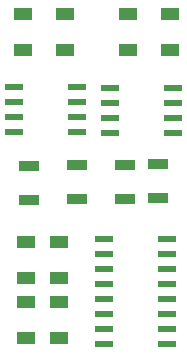
<source format=gtp>
G04 #@! TF.FileFunction,Paste,Top*
%FSLAX46Y46*%
G04 Gerber Fmt 4.6, Leading zero omitted, Abs format (unit mm)*
G04 Created by KiCad (PCBNEW 4.0.4-stable) date 11/02/16 20:54:50*
%MOMM*%
%LPD*%
G01*
G04 APERTURE LIST*
%ADD10C,0.100000*%
%ADD11R,1.600000X1.000000*%
%ADD12R,1.550000X0.600000*%
%ADD13R,1.500000X0.600000*%
%ADD14R,1.700000X0.900000*%
G04 APERTURE END LIST*
D10*
D11*
X38862000Y-28678000D03*
X38862000Y-25678000D03*
X35560000Y-50062000D03*
X35560000Y-53062000D03*
X47752000Y-28678000D03*
X47752000Y-25678000D03*
X38354000Y-47982000D03*
X38354000Y-44982000D03*
X35306000Y-28678000D03*
X35306000Y-25678000D03*
X38354000Y-50062000D03*
X38354000Y-53062000D03*
X44196000Y-28678000D03*
X44196000Y-25678000D03*
X35560000Y-47982000D03*
X35560000Y-44982000D03*
D12*
X34478000Y-31877000D03*
X34478000Y-33147000D03*
X34478000Y-34417000D03*
X34478000Y-35687000D03*
X39878000Y-35687000D03*
X39878000Y-34417000D03*
X39878000Y-33147000D03*
X39878000Y-31877000D03*
X42613600Y-31902400D03*
X42613600Y-33172400D03*
X42613600Y-34442400D03*
X42613600Y-35712400D03*
X48013600Y-35712400D03*
X48013600Y-34442400D03*
X48013600Y-33172400D03*
X48013600Y-31902400D03*
D13*
X47498000Y-53594000D03*
X47498000Y-52324000D03*
X47498000Y-51054000D03*
X47498000Y-49784000D03*
X47498000Y-48514000D03*
X47498000Y-47244000D03*
X47498000Y-45974000D03*
X47498000Y-44704000D03*
X42098000Y-44704000D03*
X42098000Y-45974000D03*
X42098000Y-47244000D03*
X42098000Y-48514000D03*
X42098000Y-49784000D03*
X42098000Y-51054000D03*
X42098000Y-52324000D03*
X42098000Y-53594000D03*
D14*
X46736000Y-38354000D03*
X46736000Y-41254000D03*
X35814000Y-38502000D03*
X35814000Y-41402000D03*
X43942000Y-41328000D03*
X43942000Y-38428000D03*
X39878000Y-41328000D03*
X39878000Y-38428000D03*
M02*

</source>
